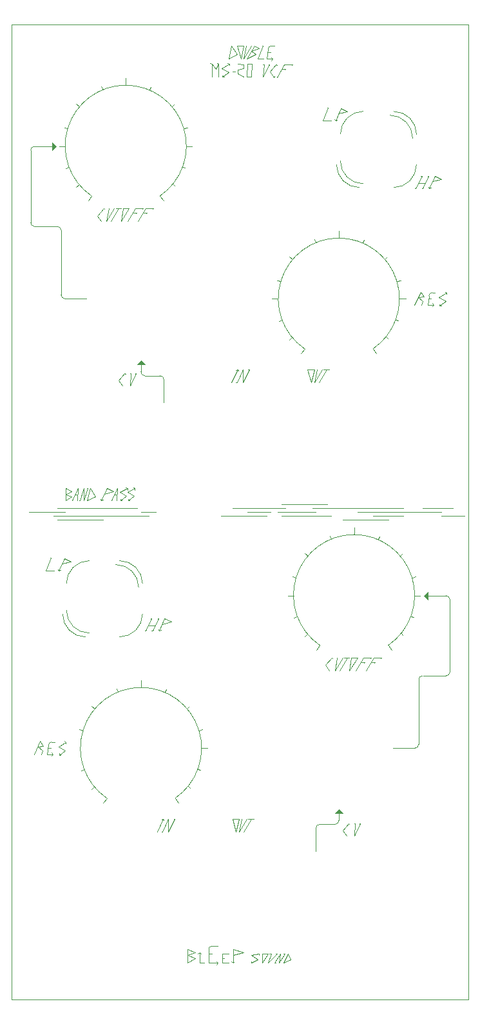
<source format=gto>
G04 #@! TF.GenerationSoftware,KiCad,Pcbnew,(6.0.1)*
G04 #@! TF.CreationDate,2022-09-13T09:45:50+02:00*
G04 #@! TF.ProjectId,MS20-VCF,4d533230-2d56-4434-962e-6b696361645f,rev?*
G04 #@! TF.SameCoordinates,Original*
G04 #@! TF.FileFunction,Legend,Top*
G04 #@! TF.FilePolarity,Positive*
%FSLAX46Y46*%
G04 Gerber Fmt 4.6, Leading zero omitted, Abs format (unit mm)*
G04 Created by KiCad (PCBNEW (6.0.1)) date 2022-09-13 09:45:50*
%MOMM*%
%LPD*%
G01*
G04 APERTURE LIST*
%ADD10C,0.120000*%
%ADD11C,0.100000*%
G04 #@! TA.AperFunction,Profile*
%ADD12C,0.050000*%
G04 #@! TD*
%ADD13O,6.700000X4.200000*%
G04 APERTURE END LIST*
D10*
X183000000Y-91000000D02*
X193500000Y-91000000D01*
X189000000Y-92500000D02*
X183000000Y-92500000D01*
X182500000Y-92000000D02*
X195000000Y-92000000D01*
X179250000Y-91500000D02*
X184000000Y-91500000D01*
X219000000Y-92000000D02*
X212500000Y-92000000D01*
X213000000Y-91000000D02*
X206000000Y-91000000D01*
X210500000Y-92000000D02*
X204500000Y-92000000D01*
X216500000Y-91000000D02*
X228500000Y-91000000D01*
X201100000Y-149300000D02*
X200100000Y-148900000D01*
X205900000Y-150500000D02*
X206100000Y-150700000D01*
X210700000Y-149500000D02*
X209900000Y-149500000D01*
X213300000Y-149500000D02*
X213700000Y-150300000D01*
X229700000Y-42400000D02*
G75*
G03*
X226700000Y-39400000I-3000001J-1D01*
G01*
X220200000Y-45400000D02*
G75*
G03*
X223200000Y-48400000I3000001J1D01*
G01*
X227200000Y-48900000D02*
G75*
G03*
X230200000Y-45900000I-1J3000001D01*
G01*
X219700000Y-45900000D02*
G75*
G03*
X222700000Y-48900000I3000001J1D01*
G01*
X223200000Y-38900000D02*
G75*
G03*
X220200000Y-41900000I1J-3000001D01*
G01*
X230200000Y-41900000D02*
G75*
G03*
X227200000Y-38900000I-3000001J-1D01*
G01*
X234600000Y-103000000D02*
G75*
G03*
X234100000Y-102500000I-500005J-5D01*
G01*
X230000000Y-122500000D02*
X227153553Y-122500000D01*
X194200000Y-100900000D02*
G75*
G03*
X191200000Y-97900000I-3000001J-1D01*
G01*
X187200000Y-97900000D02*
G75*
G03*
X184200000Y-100900000I1J-3000001D01*
G01*
X183700000Y-104900000D02*
G75*
G03*
X186700000Y-107900000I3000001J1D01*
G01*
X191200000Y-107900000D02*
G75*
G03*
X194200000Y-104900000I-1J3000001D01*
G01*
X184200000Y-104400000D02*
G75*
G03*
X187200000Y-107400000I3000001J1D01*
G01*
X193700000Y-101400000D02*
G75*
G03*
X190700000Y-98400000I-3000001J-1D01*
G01*
X230500000Y-113500000D02*
X230500000Y-122000000D01*
X231000000Y-113000000D02*
G75*
G03*
X230500000Y-113500000I1J-500001D01*
G01*
X231700000Y-102500000D02*
X234113389Y-102500000D01*
X230000000Y-122500000D02*
G75*
G03*
X230500000Y-122000000I-1J500001D01*
G01*
D11*
X231200000Y-102500000D02*
X231700000Y-102000000D01*
X231700000Y-102000000D02*
X231700000Y-103000000D01*
X231700000Y-103000000D02*
X231200000Y-102500000D01*
G36*
X231700000Y-103000000D02*
G01*
X231200000Y-102500000D01*
X231700000Y-102000000D01*
X231700000Y-103000000D01*
G37*
X231700000Y-103000000D02*
X231200000Y-102500000D01*
X231700000Y-102000000D01*
X231700000Y-103000000D01*
D10*
X234600000Y-103000000D02*
X234600000Y-112500000D01*
X221625000Y-110650000D02*
X222425000Y-110650000D01*
X190800000Y-89200000D02*
X190500000Y-89200000D01*
X206700000Y-72800000D02*
X206500000Y-72900000D01*
X188000000Y-89500000D02*
X187300000Y-88400000D01*
X210850000Y-32750000D02*
X210050000Y-34350000D01*
X230450000Y-48300000D02*
X231300000Y-48300000D01*
X206700000Y-33450000D02*
X206700000Y-33950000D01*
X186500000Y-88400000D02*
X186000000Y-90000000D01*
X233250000Y-64400000D02*
X233250000Y-64200000D01*
X232600000Y-47400000D02*
X233500000Y-47800000D01*
X219075000Y-110650000D02*
X219175000Y-110750000D01*
X234150000Y-62700000D02*
X233150000Y-63300000D01*
X224587500Y-110650000D02*
X225637500Y-110650000D01*
X230100000Y-49000000D02*
X230000000Y-49000000D01*
X196800000Y-133500000D02*
X196700000Y-133500000D01*
X206100000Y-150700000D02*
X206100000Y-150500000D01*
X226390000Y-57972083D02*
X226040000Y-58292083D01*
X186000000Y-90000000D02*
X185900000Y-90000000D01*
X232450000Y-64300000D02*
X232250000Y-64500000D01*
X211450000Y-34400000D02*
X211550000Y-34250000D01*
X194000000Y-73100000D02*
G75*
G03*
X194500000Y-73600000I500001J1D01*
G01*
X207500000Y-149300000D02*
X206100000Y-149700000D01*
X182200000Y-97500000D02*
X182100000Y-97500000D01*
X236500000Y-92000000D02*
X233500000Y-92000000D01*
X217100000Y-72800000D02*
X216800000Y-74500000D01*
X202100000Y-120072083D02*
X201640000Y-120212083D01*
X191625000Y-51650000D02*
X192425000Y-51650000D01*
X205600000Y-32650000D02*
X205600000Y-32850000D01*
X203300000Y-32650000D02*
X203300000Y-34350000D01*
X184900000Y-89500000D02*
X184100000Y-89200000D01*
X183000000Y-54000000D02*
X180000000Y-54000000D01*
X196500000Y-50000000D02*
G75*
G03*
X187500000Y-50000000I-4500000J6572083D01*
G01*
X210700000Y-30700000D02*
X210500000Y-32000000D01*
X204700000Y-34350000D02*
X204900000Y-34350000D01*
D11*
X220500000Y-131000000D02*
X219500000Y-131000000D01*
X219500000Y-131000000D02*
X220000000Y-130500000D01*
X220000000Y-130500000D02*
X220500000Y-131000000D01*
G36*
X220500000Y-131000000D02*
G01*
X219500000Y-131000000D01*
X220000000Y-130500000D01*
X220500000Y-131000000D01*
G37*
X220500000Y-131000000D02*
X219500000Y-131000000D01*
X220000000Y-130500000D01*
X220500000Y-131000000D01*
D10*
X229800000Y-105300000D02*
X229490000Y-105190000D01*
X182300000Y-43500000D02*
X180000000Y-43500000D01*
X199800000Y-46300000D02*
X199490000Y-46190000D01*
X233150000Y-63300000D02*
X234050000Y-63800000D01*
X188725000Y-53350000D02*
X188825000Y-53250000D01*
X224175000Y-110750000D02*
X224275000Y-110650000D01*
X222425000Y-110650000D02*
X221375000Y-112350000D01*
X215900000Y-72800000D02*
X216800000Y-72800000D01*
X218500000Y-90500000D02*
X212500000Y-90500000D01*
X207100000Y-32000000D02*
X206600000Y-30300000D01*
X180750000Y-121600000D02*
X179950000Y-123300000D01*
X184150000Y-121700000D02*
X183950000Y-121600000D01*
X223300000Y-55772083D02*
X223140000Y-56152083D01*
X212300000Y-149500000D02*
X211500000Y-150700000D01*
X226500000Y-92500000D02*
X220500000Y-92500000D01*
X203300000Y-148500000D02*
X204100000Y-148500000D01*
X208100000Y-131800000D02*
X208800000Y-131800000D01*
X184000000Y-63500000D02*
X186846447Y-63500000D01*
X188225000Y-52600000D02*
X188725000Y-53350000D01*
X212900000Y-149500000D02*
X212700000Y-149500000D01*
X206700000Y-33950000D02*
X207500000Y-34350000D01*
X207500000Y-30300000D02*
X207100000Y-32000000D01*
X222100000Y-132400000D02*
X222000000Y-134000000D01*
X204700000Y-34350000D02*
X204700000Y-34150000D01*
X196000000Y-91500000D02*
X194000000Y-91500000D01*
X226430000Y-68712083D02*
X226190000Y-68512083D01*
X191850000Y-73300000D02*
X191050000Y-74200000D01*
X226500000Y-109000000D02*
G75*
G03*
X217500000Y-109000000I-4500000J6572083D01*
G01*
X183200000Y-99200000D02*
X183100000Y-99000000D01*
X219475000Y-112350000D02*
X220475000Y-110650000D01*
X230900000Y-47400000D02*
X230800000Y-47400000D01*
X222900000Y-111200000D02*
X223425000Y-111200000D01*
X231050000Y-63800000D02*
X230850000Y-64300000D01*
X193325000Y-52300000D02*
X193425000Y-52200000D01*
X223225000Y-110650000D02*
X224275000Y-110650000D01*
X212100000Y-150700000D02*
X212900000Y-149500000D01*
X195500000Y-107100000D02*
X195400000Y-107100000D01*
X201700000Y-150700000D02*
X202300000Y-150700000D01*
X193225000Y-51650000D02*
X192225000Y-53350000D01*
X196300000Y-105500000D02*
X196200000Y-105500000D01*
X225300000Y-94700000D02*
X225140000Y-95080000D01*
X232450000Y-64300000D02*
X232250000Y-64100000D01*
X216400000Y-74500000D02*
X215900000Y-72800000D01*
X190400000Y-88800000D02*
X189200000Y-89100000D01*
X189500000Y-88400000D02*
X188800000Y-90000000D01*
X182450000Y-123300000D02*
X182250000Y-123500000D01*
X207200000Y-131800000D02*
X206900000Y-133500000D01*
X193200000Y-88400000D02*
X192200000Y-88900000D01*
X189500000Y-129072083D02*
X189040000Y-129662083D01*
X221300000Y-132400000D02*
X221400000Y-132500000D01*
X204200000Y-32650000D02*
X204000000Y-32550000D01*
X218550000Y-38400000D02*
X217850000Y-40100000D01*
X204700000Y-149500000D02*
X205500000Y-149500000D01*
X206700000Y-32650000D02*
X207500000Y-32750000D01*
X197600000Y-133500000D02*
X198400000Y-131800000D01*
X213500000Y-57972083D02*
X213910000Y-58322083D01*
X213300000Y-149500000D02*
X212700000Y-150700000D01*
X198500000Y-129072083D02*
G75*
G03*
X189500000Y-129072083I-4500000J6572083D01*
G01*
X206600000Y-74500000D02*
X206500000Y-74500000D01*
X192300000Y-90000000D02*
X192500000Y-90000000D01*
X189775000Y-51650000D02*
X189475000Y-53350000D01*
X191375000Y-53350000D02*
X191625000Y-51650000D01*
X228100000Y-61072083D02*
X227640000Y-61212083D01*
X213290000Y-102500000D02*
X214061612Y-102500000D01*
X187500000Y-127872083D02*
X187850000Y-127582083D01*
X210000000Y-30300000D02*
X209900000Y-30300000D01*
X234050000Y-63800000D02*
X233250000Y-64400000D01*
X217500000Y-132500000D02*
G75*
G03*
X217000000Y-133000000I1J-500001D01*
G01*
X198000000Y-105900000D02*
X196800000Y-106200000D01*
X200390000Y-116972083D02*
X200040000Y-117292083D01*
X231150000Y-63200000D02*
X230450000Y-63300000D01*
X193200000Y-88400000D02*
X193000000Y-88300000D01*
X191550000Y-74900000D02*
X191650000Y-74800000D01*
X192650000Y-73300000D02*
X192550000Y-74900000D01*
X217000000Y-136000000D02*
X217000000Y-133000000D01*
X234150000Y-62700000D02*
X234150000Y-62900000D01*
X201700000Y-149300000D02*
X201700000Y-150700000D01*
X181850000Y-122100000D02*
X181650000Y-123300000D01*
X215500000Y-107800000D02*
X215850000Y-107510000D01*
X218000000Y-72800000D02*
X218700000Y-72800000D01*
X212000000Y-63500000D02*
X211228388Y-63500000D01*
X208500000Y-131800000D02*
X207500000Y-133500000D01*
X234100000Y-113000000D02*
X231100000Y-113000000D01*
X204200000Y-32650000D02*
X203800000Y-33350000D01*
X206900000Y-133500000D02*
X207900000Y-131800000D01*
X218725000Y-112350000D02*
X218825000Y-112250000D01*
X184900000Y-88800000D02*
X184100000Y-88400000D01*
X193200000Y-88400000D02*
X193200000Y-88600000D01*
X184150000Y-121700000D02*
X183150000Y-122300000D01*
X220000000Y-132000000D02*
X220000000Y-131000000D01*
X228430000Y-107640000D02*
X228190000Y-107440000D01*
X184100000Y-46400000D02*
X184540000Y-46240000D01*
X202900000Y-148900000D02*
X202900000Y-150700000D01*
X186500000Y-88400000D02*
X186500000Y-90000000D01*
X198390000Y-37900000D02*
X198040000Y-38220000D01*
X230750000Y-62600000D02*
X231150000Y-63200000D01*
X222500000Y-91500000D02*
X233500000Y-91500000D01*
X193225000Y-51650000D02*
X194275000Y-51650000D01*
X210700000Y-150700000D02*
X211900000Y-149500000D01*
X208500000Y-149700000D02*
X209300000Y-150300000D01*
X203800000Y-33350000D02*
X203300000Y-32650000D01*
X194000000Y-73100000D02*
X194000000Y-72100000D01*
X218225000Y-111600000D02*
X218725000Y-112350000D01*
X225537500Y-110750000D02*
X225637500Y-110650000D01*
X216800000Y-55672083D02*
X216990000Y-56122083D01*
X211500000Y-150700000D02*
X211700000Y-150700000D01*
X180450000Y-122300000D02*
X181050000Y-122800000D01*
X208000000Y-91500000D02*
X211000000Y-91500000D01*
X183900000Y-97600000D02*
X183200000Y-99200000D01*
X182250000Y-121700000D02*
G75*
G03*
X181850000Y-122100000I-1J-399999D01*
G01*
X197000000Y-77100000D02*
X197000000Y-74100000D01*
X204200000Y-32650000D02*
X204200000Y-34350000D01*
X211900000Y-149500000D02*
X211700000Y-149500000D01*
X207400000Y-74500000D02*
X208200000Y-72800000D01*
X219500000Y-132500000D02*
X217500000Y-132500000D01*
X210000000Y-30300000D02*
X209300000Y-32000000D01*
X206100000Y-150700000D02*
X206300000Y-150500000D01*
X230750000Y-62600000D02*
X229950000Y-64300000D01*
X223225000Y-110650000D02*
X222225000Y-112350000D01*
X210700000Y-31100000D02*
X211000000Y-31100000D01*
X224500000Y-70072083D02*
G75*
G03*
X215500000Y-70072083I-4500000J6572083D01*
G01*
X207900000Y-32000000D02*
X209100000Y-31400000D01*
X230900000Y-47400000D02*
X230100000Y-49000000D01*
X187500000Y-50000000D02*
X187040000Y-50590000D01*
X190900000Y-88400000D02*
X190800000Y-90000000D01*
X208500000Y-31000000D02*
X209500000Y-30600000D01*
X198400000Y-131800000D02*
X198300000Y-131800000D01*
X211100000Y-30300000D02*
G75*
G03*
X210700000Y-30700000I-1J-399999D01*
G01*
X198430000Y-48640000D02*
X198190000Y-48440000D01*
X231900000Y-49000000D02*
X231800000Y-48800000D01*
X189075000Y-51650000D02*
X189175000Y-51750000D01*
X206000000Y-131800000D02*
X206900000Y-131800000D01*
X212875000Y-33450000D02*
X212975000Y-33350000D01*
X183290000Y-43500000D02*
X184061612Y-43500000D01*
X195300000Y-35700000D02*
X195140000Y-36080000D01*
X207400000Y-72800000D02*
X207400000Y-74500000D01*
X192200000Y-88400000D02*
X191200000Y-88900000D01*
X183900000Y-41000000D02*
X184360000Y-41140000D01*
X183250000Y-123400000D02*
X183250000Y-123200000D01*
X184100000Y-90000000D02*
X184900000Y-89500000D01*
X200100000Y-41000000D02*
X199640000Y-41140000D01*
X201800000Y-125372083D02*
X201490000Y-125262083D01*
X210150000Y-32750000D02*
X210050000Y-32750000D01*
X201700000Y-149300000D02*
X201900000Y-149500000D01*
X200100000Y-148900000D02*
X200100000Y-150700000D01*
X200100000Y-150700000D02*
X201100000Y-150100000D01*
X210950000Y-33650000D02*
X211450000Y-34400000D01*
X179500000Y-53500000D02*
G75*
G03*
X180000000Y-54000000I500001J1D01*
G01*
X192300000Y-90000000D02*
X192300000Y-89800000D01*
X206600000Y-31400000D02*
X205900000Y-30300000D01*
X188800000Y-90000000D02*
X188700000Y-89800000D01*
X222000000Y-94461611D02*
X222000000Y-93500000D01*
X206700000Y-72800000D02*
X206800000Y-73000000D01*
X184050000Y-122800000D02*
X183250000Y-123400000D01*
X219775000Y-110650000D02*
X219475000Y-112350000D01*
X183500000Y-54500000D02*
G75*
G03*
X183000000Y-54000000I-500001J-1D01*
G01*
X206500000Y-133500000D02*
X206000000Y-131800000D01*
X180000000Y-43500000D02*
G75*
G03*
X179500000Y-44000000I5J-500005D01*
G01*
X180750000Y-121600000D02*
X181150000Y-122200000D01*
X212850000Y-32750000D02*
X213900000Y-32750000D01*
X197100000Y-105500000D02*
X196400000Y-107100000D01*
X216800000Y-74500000D02*
X217800000Y-72800000D01*
X196900000Y-131800000D02*
X197000000Y-132000000D01*
X210850000Y-32750000D02*
X210750000Y-32750000D01*
X202000000Y-122500000D02*
X202771612Y-122500000D01*
X223325000Y-111300000D02*
X223425000Y-111200000D01*
X210150000Y-32750000D02*
X210050000Y-34350000D01*
X206900000Y-131800000D02*
X206500000Y-133500000D01*
X231800000Y-47400000D02*
X231700000Y-47400000D01*
X219500000Y-132500000D02*
G75*
G03*
X220000000Y-132000000I-1J500001D01*
G01*
X203300000Y-148500000D02*
G75*
G03*
X202900000Y-148900000I-1J-399999D01*
G01*
X184100000Y-88400000D02*
X184100000Y-90000000D01*
X182450000Y-123300000D02*
X182250000Y-123100000D01*
X204700000Y-150700000D02*
X205500000Y-150700000D01*
X231650000Y-64300000D02*
X232350000Y-64300000D01*
X207800000Y-30300000D02*
X207500000Y-32000000D01*
X219550000Y-40100000D02*
X219450000Y-39900000D01*
X191300000Y-90000000D02*
X191500000Y-90000000D01*
X208500000Y-150700000D02*
X208500000Y-150500000D01*
X221375000Y-112350000D02*
X221625000Y-110650000D01*
X183250000Y-123400000D02*
X183450000Y-123400000D01*
X194262500Y-52200000D02*
X194787500Y-52200000D01*
X211100000Y-149500000D02*
X210900000Y-149500000D01*
X194687500Y-52300000D02*
X194787500Y-52200000D01*
X213800000Y-32850000D02*
X213900000Y-32750000D01*
X204700000Y-149500000D02*
X204700000Y-150700000D01*
X212550000Y-33350000D02*
X212975000Y-33350000D01*
X202900000Y-150700000D02*
X204100000Y-150700000D01*
X231000000Y-49000000D02*
X230900000Y-49000000D01*
X197300000Y-114772083D02*
X197140000Y-115152083D01*
X186100000Y-125472083D02*
X186540000Y-125312083D01*
X233500000Y-47800000D02*
X232300000Y-48100000D01*
X209300000Y-150300000D02*
X208500000Y-150700000D01*
X191850000Y-73300000D02*
X191950000Y-73400000D01*
X186900000Y-90000000D02*
X188000000Y-89500000D01*
X221150000Y-38900000D02*
X219950000Y-39200000D01*
X201700000Y-149300000D02*
X201500000Y-149500000D01*
X217500000Y-109000000D02*
X217040000Y-109590000D01*
X191050000Y-74200000D02*
X191550000Y-74900000D01*
X235000000Y-91000000D02*
X231000000Y-91000000D01*
X218550000Y-38400000D02*
X218450000Y-38400000D01*
X187000000Y-88400000D02*
X186900000Y-88400000D01*
X226500000Y-109000000D02*
X226950000Y-109610000D01*
X206100000Y-148900000D02*
X206100000Y-150700000D01*
X221000000Y-134000000D02*
X221100000Y-133900000D01*
X189075000Y-51650000D02*
X188225000Y-52600000D01*
X181650000Y-123300000D02*
X182350000Y-123300000D01*
X189475000Y-53350000D02*
X190475000Y-51650000D01*
X222100000Y-132400000D02*
X222000000Y-132400000D01*
X230100000Y-100000000D02*
X229640000Y-100140000D01*
X209500000Y-30600000D02*
X208900000Y-30300000D01*
X218800000Y-94600000D02*
X218990000Y-95050000D01*
X187500000Y-116972083D02*
X187910000Y-117322083D01*
X211300000Y-32000000D02*
X211100000Y-32200000D01*
X220500000Y-133300000D02*
X221000000Y-134000000D01*
X181850000Y-122500000D02*
X182150000Y-122500000D01*
X208600000Y-32650000D02*
X208500000Y-34350000D01*
X204700000Y-150100000D02*
X204900000Y-150100000D01*
X209900000Y-149500000D02*
X209900000Y-150700000D01*
X205500000Y-33750000D02*
X204700000Y-34350000D01*
X234150000Y-62700000D02*
X233950000Y-62600000D01*
X193350000Y-73300000D02*
X193250000Y-73300000D01*
X181050000Y-122800000D02*
X180850000Y-123300000D01*
X189000000Y-89900000D02*
X188800000Y-90000000D01*
X196500000Y-50000000D02*
X196950000Y-50610000D01*
X207500000Y-33250000D02*
X206700000Y-33450000D01*
X215500000Y-96900000D02*
X215910000Y-97250000D01*
X217850000Y-40100000D02*
X218950000Y-40100000D01*
X228000000Y-63500000D02*
X228771612Y-63500000D01*
X194600000Y-107100000D02*
X194500000Y-107100000D01*
X185750000Y-88400000D02*
X185650000Y-90000000D01*
D11*
X182800000Y-43500000D02*
X182300000Y-44000000D01*
X182300000Y-44000000D02*
X182300000Y-43000000D01*
X182300000Y-43000000D02*
X182800000Y-43500000D01*
G36*
X182800000Y-43500000D02*
G01*
X182300000Y-44000000D01*
X182300000Y-43000000D01*
X182800000Y-43500000D01*
G37*
X182800000Y-43500000D02*
X182300000Y-44000000D01*
X182300000Y-43000000D01*
X182800000Y-43500000D01*
D10*
X206100000Y-148900000D02*
X207500000Y-149300000D01*
X231850000Y-63500000D02*
X232150000Y-63500000D01*
X181150000Y-122200000D02*
X180450000Y-122300000D01*
X205600000Y-32650000D02*
X204600000Y-33250000D01*
X213900000Y-100000000D02*
X214360000Y-100140000D01*
X185500000Y-37900000D02*
X185910000Y-38250000D01*
X191075000Y-51650000D02*
X190075000Y-53350000D01*
X195400000Y-105500000D02*
X194600000Y-107100000D01*
X216800000Y-72800000D02*
X216400000Y-74500000D01*
X199944194Y-43500000D02*
X200715806Y-43500000D01*
X188800000Y-35600000D02*
X188990000Y-36050000D01*
X207500000Y-32750000D02*
X207500000Y-33250000D01*
X211300000Y-32000000D02*
X211100000Y-31800000D01*
X191200000Y-88900000D02*
X192100000Y-89400000D01*
X190675000Y-51650000D02*
X191375000Y-51650000D01*
X232250000Y-62700000D02*
X232650000Y-62700000D01*
X206000000Y-33650000D02*
X206400000Y-33650000D01*
X229944194Y-102500000D02*
X230715806Y-102500000D01*
X209500000Y-149500000D02*
X208500000Y-149700000D01*
X206600000Y-30300000D02*
X207500000Y-30300000D01*
X195537500Y-51750000D02*
X195637500Y-51650000D01*
X192200000Y-88400000D02*
X192200000Y-88600000D01*
X192900000Y-52200000D02*
X193425000Y-52200000D01*
X233250000Y-64400000D02*
X233450000Y-64400000D01*
X231850000Y-63100000D02*
X231650000Y-64300000D01*
X190800000Y-114672083D02*
X190990000Y-115122083D01*
X206600000Y-74500000D02*
X207400000Y-72800000D01*
X196600000Y-107000000D02*
X196400000Y-107100000D01*
X209500000Y-149500000D02*
X209500000Y-149700000D01*
X210500000Y-32000000D02*
X211200000Y-32000000D01*
X192000000Y-35461611D02*
X192000000Y-34500000D01*
D11*
X194500000Y-72100000D02*
X193500000Y-72100000D01*
X193500000Y-72100000D02*
X194000000Y-71600000D01*
X194000000Y-71600000D02*
X194500000Y-72100000D01*
G36*
X194500000Y-72100000D02*
G01*
X193500000Y-72100000D01*
X194000000Y-71600000D01*
X194500000Y-72100000D01*
G37*
X194500000Y-72100000D02*
X193500000Y-72100000D01*
X194000000Y-71600000D01*
X194500000Y-72100000D01*
D10*
X208900000Y-30300000D02*
X207900000Y-32000000D01*
X209100000Y-31400000D02*
X208500000Y-31000000D01*
X197100000Y-105500000D02*
X198000000Y-105900000D01*
X208000000Y-32650000D02*
X208600000Y-32650000D01*
X211750000Y-32750000D02*
X211850000Y-32850000D01*
X224500000Y-70072083D02*
X224950000Y-70682083D01*
X204600000Y-33250000D02*
X205500000Y-33750000D01*
X184150000Y-121700000D02*
X184150000Y-121900000D01*
X219075000Y-110650000D02*
X218225000Y-111600000D01*
X195400000Y-105500000D02*
X195300000Y-105500000D01*
X184800000Y-98000000D02*
X183600000Y-98300000D01*
X211100000Y-30300000D02*
X211500000Y-30300000D01*
X182200000Y-97500000D02*
X181500000Y-99200000D01*
X227800000Y-66372083D02*
X227490000Y-66262083D01*
X207900000Y-34350000D02*
X208000000Y-32650000D01*
X179500000Y-44000000D02*
X179500000Y-53500000D01*
X212850000Y-32750000D02*
X211850000Y-34400000D01*
X218400000Y-72800000D02*
X217400000Y-74500000D01*
X196800000Y-133500000D02*
X197600000Y-131800000D01*
X205500000Y-32000000D02*
X206600000Y-31400000D01*
X220675000Y-110650000D02*
X221375000Y-110650000D01*
X211750000Y-32750000D02*
X210950000Y-33650000D01*
X209300000Y-32000000D02*
X210100000Y-32000000D01*
X183400000Y-99100000D02*
X183200000Y-99200000D01*
X185900000Y-120072083D02*
X186360000Y-120212083D01*
X221300000Y-132400000D02*
X220500000Y-133300000D01*
X211100000Y-149500000D02*
X210700000Y-150700000D01*
X198500000Y-129072083D02*
X198950000Y-129682083D01*
X232600000Y-47400000D02*
X231900000Y-49000000D01*
X185500000Y-48800000D02*
X185850000Y-48510000D01*
X221075000Y-110650000D02*
X220075000Y-112350000D01*
X215500000Y-70072083D02*
X215040000Y-70662083D01*
X224687500Y-111300000D02*
X224787500Y-111200000D01*
X220000000Y-55533694D02*
X220000000Y-54572083D01*
X183900000Y-97600000D02*
X184800000Y-98000000D01*
X204100000Y-150700000D02*
X203900000Y-150500000D01*
X222800000Y-132400000D02*
X222700000Y-132400000D01*
X224587500Y-110650000D02*
X223587500Y-112350000D01*
X205600000Y-32650000D02*
X205400000Y-32550000D01*
X187300000Y-88400000D02*
X186900000Y-90000000D01*
X181500000Y-99200000D02*
X182600000Y-99200000D01*
X197600000Y-131800000D02*
X197600000Y-133500000D01*
X201100000Y-150100000D02*
X200100000Y-149700000D01*
X214100000Y-105400000D02*
X214540000Y-105240000D01*
X184100000Y-89200000D02*
X184900000Y-88800000D01*
X193350000Y-73300000D02*
X192550000Y-74900000D01*
X191300000Y-90000000D02*
X191300000Y-89800000D01*
X189500000Y-88400000D02*
X190400000Y-88800000D01*
X192200000Y-88400000D02*
X192000000Y-88300000D01*
X219750000Y-40000000D02*
X219550000Y-40100000D01*
X232100000Y-48900000D02*
X231900000Y-49000000D01*
X204100000Y-150700000D02*
X203900000Y-150900000D01*
X207500000Y-32000000D02*
X208500000Y-30300000D01*
X220250000Y-38500000D02*
X221150000Y-38900000D01*
X213500000Y-68872083D02*
X213850000Y-68582083D01*
X203300000Y-32650000D02*
X203100000Y-32550000D01*
X196900000Y-131800000D02*
X196700000Y-131900000D01*
X231800000Y-47400000D02*
X231000000Y-49000000D01*
X190900000Y-88400000D02*
X190100000Y-90000000D01*
X202900000Y-149500000D02*
X203300000Y-149500000D01*
X212700000Y-150700000D02*
X213700000Y-150300000D01*
X196100000Y-133500000D02*
X196900000Y-131800000D01*
X194587500Y-51650000D02*
X195637500Y-51650000D01*
X224262500Y-111200000D02*
X224787500Y-111200000D01*
X185750000Y-88400000D02*
X184950000Y-90000000D01*
X183500000Y-54500000D02*
X183500000Y-63000000D01*
X205900000Y-30300000D02*
X205500000Y-32000000D01*
X222800000Y-132400000D02*
X222000000Y-134000000D01*
X208500000Y-34350000D02*
X207900000Y-34350000D01*
X197000000Y-74100000D02*
G75*
G03*
X196500000Y-73600000I-500001J-1D01*
G01*
X196600000Y-73600000D02*
X194500000Y-73600000D01*
X212000000Y-91500000D02*
X217000000Y-91500000D01*
X192100000Y-89400000D02*
X191300000Y-90000000D01*
X230450000Y-63300000D02*
X231050000Y-63800000D01*
X232250000Y-62700000D02*
G75*
G03*
X231850000Y-63100000I-1J-399999D01*
G01*
X212300000Y-149500000D02*
X212100000Y-150700000D01*
X194175000Y-51750000D02*
X194275000Y-51650000D01*
X194950000Y-106400000D02*
X195800000Y-106400000D01*
X196400000Y-107100000D02*
X196300000Y-106900000D01*
X194000000Y-114533694D02*
X194000000Y-113572083D01*
X228500000Y-92000000D02*
X224500000Y-92000000D01*
X193100000Y-89400000D02*
X192300000Y-90000000D01*
X183500000Y-63000000D02*
G75*
G03*
X184000000Y-63500000I500001J1D01*
G01*
X187000000Y-88400000D02*
X186500000Y-90000000D01*
X211900000Y-61072083D02*
X212360000Y-61212083D01*
X183150000Y-122300000D02*
X184050000Y-122800000D01*
X185650000Y-89200000D02*
X185350000Y-89200000D01*
X200430000Y-127712083D02*
X200190000Y-127512083D01*
X200100000Y-149700000D02*
X201100000Y-149300000D01*
X192200000Y-88900000D02*
X193100000Y-89400000D01*
X220250000Y-38500000D02*
X219550000Y-40100000D01*
X205900000Y-74500000D02*
X206700000Y-72800000D01*
X208200000Y-72800000D02*
X208100000Y-72800000D01*
X228390000Y-96900000D02*
X228040000Y-97220000D01*
X192425000Y-51650000D02*
X191375000Y-53350000D01*
X209900000Y-150700000D02*
X210700000Y-149500000D01*
X192650000Y-73300000D02*
X192550000Y-73300000D01*
X234100000Y-113000000D02*
G75*
G03*
X234600000Y-112500000I-1J500001D01*
G01*
X194587500Y-51650000D02*
X193587500Y-53350000D01*
X182250000Y-121700000D02*
X182650000Y-121700000D01*
X212100000Y-66472083D02*
X212540000Y-66312083D01*
X196300000Y-105500000D02*
X195500000Y-107100000D01*
D12*
X237000000Y-27500000D02*
X237000000Y-155500000D01*
X177000000Y-155500000D02*
X176999999Y-151000001D01*
X177000000Y-27500000D02*
X176999999Y-151000001D01*
X237000000Y-155500000D02*
X177000000Y-155500000D01*
X177000000Y-27500000D02*
X237000000Y-27500000D01*
%LPC*%
D11*
X226500000Y-84000000D02*
X231500000Y-84000000D01*
X231500000Y-84000000D02*
X231500000Y-89000000D01*
X231500000Y-89000000D02*
X226500000Y-89000000D01*
X226500000Y-89000000D02*
X226500000Y-84000000D01*
G36*
X231500000Y-89000000D02*
G01*
X226500000Y-89000000D01*
X226500000Y-84000000D01*
X231500000Y-84000000D01*
X231500000Y-89000000D01*
G37*
X231500000Y-89000000D02*
X226500000Y-89000000D01*
X226500000Y-84000000D01*
X231500000Y-84000000D01*
X231500000Y-89000000D01*
D13*
X186000000Y-30500000D03*
X228000000Y-30500000D03*
X228000000Y-152500000D03*
X186000000Y-152500000D03*
M02*

</source>
